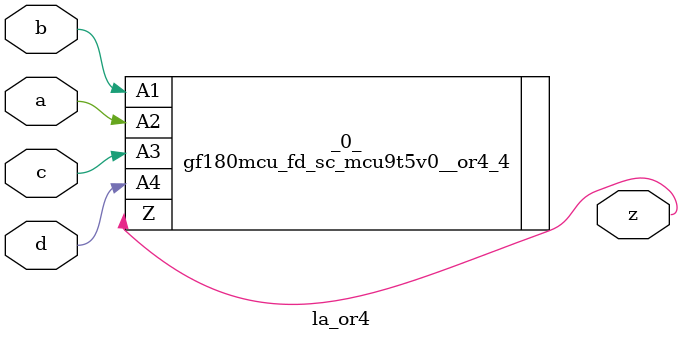
<source format=v>

/* Generated by Yosys 0.44 (git sha1 80ba43d26, g++ 11.4.0-1ubuntu1~22.04 -fPIC -O3) */

(* top =  1  *)
(* src = "inputs/la_or4.v:10.1-22.10" *)
module la_or4 (
    a,
    b,
    c,
    d,
    z
);
  (* src = "inputs/la_or4.v:13.12-13.13" *)
  input a;
  wire a;
  (* src = "inputs/la_or4.v:14.12-14.13" *)
  input b;
  wire b;
  (* src = "inputs/la_or4.v:15.12-15.13" *)
  input c;
  wire c;
  (* src = "inputs/la_or4.v:16.12-16.13" *)
  input d;
  wire d;
  (* src = "inputs/la_or4.v:17.12-17.13" *)
  output z;
  wire z;
  gf180mcu_fd_sc_mcu9t5v0__or4_4 _0_ (
      .A1(b),
      .A2(a),
      .A3(c),
      .A4(d),
      .Z (z)
  );
endmodule

</source>
